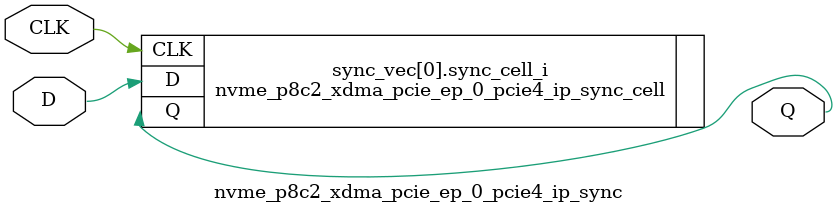
<source format=v>

`timescale 1ps / 1ps

(* DowngradeIPIdentifiedWarnings = "yes" *)
module nvme_p8c2_xdma_pcie_ep_0_pcie4_ip_sync #
(
    parameter integer WIDTH = 1, 
    parameter integer STAGE = 3
)
(
    //-------------------------------------------------------------------------- 
    //  Input Ports
    //-------------------------------------------------------------------------- 
    input                               CLK,
    input       [WIDTH-1:0]             D,
    
    //-------------------------------------------------------------------------- 
    //  Output Ports
    //-------------------------------------------------------------------------- 
    output      [WIDTH-1:0]             Q
);                                                        



//--------------------------------------------------------------------------------------------------
//  Generate Synchronizer - Begin
//--------------------------------------------------------------------------------------------------
genvar i;

generate for (i=0; i<WIDTH; i=i+1) 

    begin : sync_vec

    //----------------------------------------------------------------------
    //  Synchronizer
    //----------------------------------------------------------------------
    nvme_p8c2_xdma_pcie_ep_0_pcie4_ip_sync_cell #
    (
        .STAGE                          (STAGE)
    )    
    sync_cell_i
    (
        //------------------------------------------------------------------
        //  Input Ports
        //------------------------------------------------------------------
        .CLK                            (CLK),
        .D                              (D[i]),

        //------------------------------------------------------------------
        //  Output Ports
        //------------------------------------------------------------------
        .Q                              (Q[i])
    );
 
    end   
      
endgenerate 
//--------------------------------------------------------------------------------------------------
//  Generate - End
//--------------------------------------------------------------------------------------------------



endmodule

</source>
